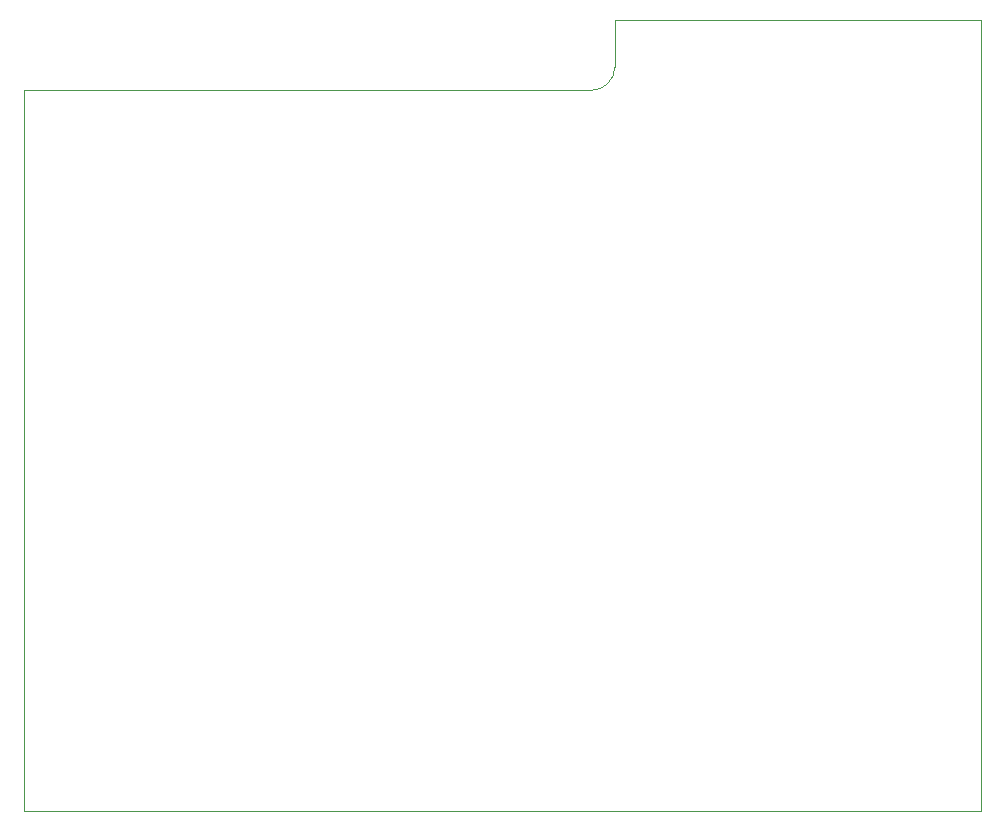
<source format=gbr>
%TF.GenerationSoftware,KiCad,Pcbnew,(5.1.9)-1*%
%TF.CreationDate,2021-05-06T00:14:11+03:00*%
%TF.ProjectId,hardware,68617264-7761-4726-952e-6b696361645f,rev?*%
%TF.SameCoordinates,Original*%
%TF.FileFunction,Profile,NP*%
%FSLAX46Y46*%
G04 Gerber Fmt 4.6, Leading zero omitted, Abs format (unit mm)*
G04 Created by KiCad (PCBNEW (5.1.9)-1) date 2021-05-06 00:14:11*
%MOMM*%
%LPD*%
G01*
G04 APERTURE LIST*
%TA.AperFunction,Profile*%
%ADD10C,0.050000*%
%TD*%
G04 APERTURE END LIST*
D10*
X245000000Y-68000000D02*
G75*
G02*
X243000000Y-70000000I-2000000J0D01*
G01*
X245000000Y-64000000D02*
X245000000Y-68000000D01*
X243000000Y-70000000D02*
X195000000Y-70000000D01*
X195000000Y-131000000D02*
X276000000Y-131000000D01*
X195000000Y-70000000D02*
X195000000Y-131000000D01*
X276000000Y-64000000D02*
X245000000Y-64000000D01*
X276000000Y-131000000D02*
X276000000Y-64000000D01*
M02*

</source>
